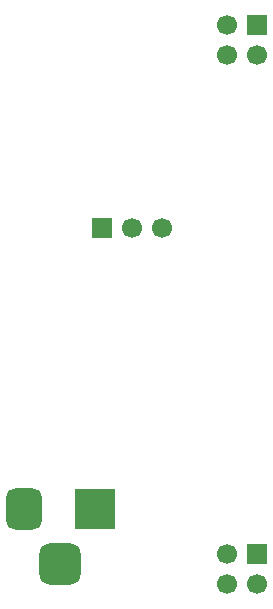
<source format=gbr>
%TF.GenerationSoftware,KiCad,Pcbnew,9.0.5*%
%TF.CreationDate,2025-10-31T15:32:29+05:30*%
%TF.ProjectId,Breadboard-PCB,42726561-6462-46f6-9172-642d5043422e,rev?*%
%TF.SameCoordinates,Original*%
%TF.FileFunction,Soldermask,Bot*%
%TF.FilePolarity,Negative*%
%FSLAX46Y46*%
G04 Gerber Fmt 4.6, Leading zero omitted, Abs format (unit mm)*
G04 Created by KiCad (PCBNEW 9.0.5) date 2025-10-31 15:32:29*
%MOMM*%
%LPD*%
G01*
G04 APERTURE LIST*
G04 Aperture macros list*
%AMRoundRect*
0 Rectangle with rounded corners*
0 $1 Rounding radius*
0 $2 $3 $4 $5 $6 $7 $8 $9 X,Y pos of 4 corners*
0 Add a 4 corners polygon primitive as box body*
4,1,4,$2,$3,$4,$5,$6,$7,$8,$9,$2,$3,0*
0 Add four circle primitives for the rounded corners*
1,1,$1+$1,$2,$3*
1,1,$1+$1,$4,$5*
1,1,$1+$1,$6,$7*
1,1,$1+$1,$8,$9*
0 Add four rect primitives between the rounded corners*
20,1,$1+$1,$2,$3,$4,$5,0*
20,1,$1+$1,$4,$5,$6,$7,0*
20,1,$1+$1,$6,$7,$8,$9,0*
20,1,$1+$1,$8,$9,$2,$3,0*%
G04 Aperture macros list end*
%ADD10R,3.500000X3.500000*%
%ADD11RoundRect,0.750000X-0.750000X-1.000000X0.750000X-1.000000X0.750000X1.000000X-0.750000X1.000000X0*%
%ADD12RoundRect,0.875000X-0.875000X-0.875000X0.875000X-0.875000X0.875000X0.875000X-0.875000X0.875000X0*%
%ADD13C,1.700000*%
%ADD14R,1.700000X1.700000*%
G04 APERTURE END LIST*
D10*
%TO.C,DC-POWER*%
X107200000Y-108200000D03*
D11*
X101200000Y-108200000D03*
D12*
X104200000Y-112900000D03*
%TD*%
D13*
%TO.C,3.3V OUT 5V*%
X112900000Y-84400000D03*
X110360000Y-84400000D03*
D14*
X107820000Y-84400000D03*
%TD*%
%TO.C,J3*%
X120900000Y-67200000D03*
D13*
X118360000Y-67200000D03*
X120900000Y-69740000D03*
X118360000Y-69740000D03*
%TD*%
%TO.C,J4*%
X118360000Y-114600000D03*
X120900000Y-114600000D03*
X118360000Y-112060000D03*
D14*
X120900000Y-112060000D03*
%TD*%
M02*

</source>
